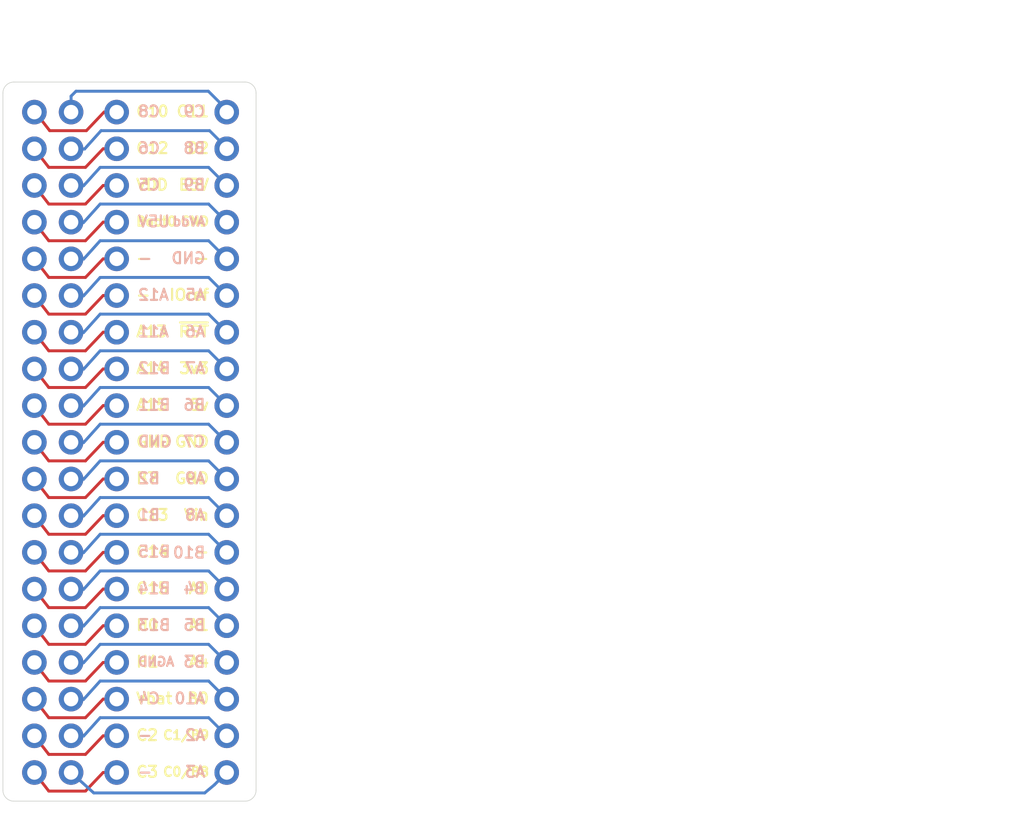
<source format=kicad_pcb>
(kicad_pcb (version 20171130) (host pcbnew "(5.1.2)-1")

  (general
    (thickness 1.6)
    (drawings 89)
    (tracks 153)
    (zones 0)
    (modules 3)
    (nets 39)
  )

  (page A4)
  (title_block
    (date 2019-05-16)
  )

  (layers
    (0 F.Cu signal)
    (31 B.Cu signal)
    (32 B.Adhes user)
    (33 F.Adhes user)
    (34 B.Paste user)
    (35 F.Paste user)
    (36 B.SilkS user)
    (37 F.SilkS user)
    (38 B.Mask user)
    (39 F.Mask user)
    (40 Dwgs.User user)
    (41 Cmts.User user)
    (42 Eco1.User user)
    (43 Eco2.User user)
    (44 Edge.Cuts user)
    (45 Margin user)
    (46 B.CrtYd user hide)
    (47 F.CrtYd user hide)
    (48 B.Fab user)
    (49 F.Fab user)
  )

  (setup
    (last_trace_width 0.2032)
    (user_trace_width 0.2032)
    (trace_clearance 0.254)
    (zone_clearance 0.508)
    (zone_45_only no)
    (trace_min 0.1524)
    (via_size 0.8)
    (via_drill 0.4)
    (via_min_size 0.45)
    (via_min_drill 0.3)
    (uvia_size 0.3)
    (uvia_drill 0.1)
    (uvias_allowed no)
    (uvia_min_size 0.2)
    (uvia_min_drill 0.1)
    (edge_width 0.05)
    (segment_width 0.2)
    (pcb_text_width 0.3)
    (pcb_text_size 1.5 1.5)
    (mod_edge_width 0.12)
    (mod_text_size 1 1)
    (mod_text_width 0.15)
    (pad_size 1.7 1.7)
    (pad_drill 1)
    (pad_to_mask_clearance 0.1016)
    (solder_mask_min_width 0.254)
    (aux_axis_origin 0 0)
    (visible_elements FFFFFF7F)
    (pcbplotparams
      (layerselection 0x010fc_ffffffff)
      (usegerberextensions false)
      (usegerberattributes false)
      (usegerberadvancedattributes false)
      (creategerberjobfile false)
      (excludeedgelayer true)
      (linewidth 0.100000)
      (plotframeref false)
      (viasonmask false)
      (mode 1)
      (useauxorigin false)
      (hpglpennumber 1)
      (hpglpenspeed 20)
      (hpglpendiameter 15.000000)
      (psnegative false)
      (psa4output false)
      (plotreference true)
      (plotvalue true)
      (plotinvisibletext false)
      (padsonsilk false)
      (subtractmaskfromsilk false)
      (outputformat 1)
      (mirror false)
      (drillshape 1)
      (scaleselection 1)
      (outputdirectory ""))
  )

  (net 0 "")
  (net 1 "Net-(J1-Pad19)")
  (net 2 "Net-(J1-Pad18)")
  (net 3 "Net-(J1-Pad17)")
  (net 4 "Net-(J1-Pad16)")
  (net 5 "Net-(J1-Pad15)")
  (net 6 "Net-(J1-Pad14)")
  (net 7 "Net-(J1-Pad13)")
  (net 8 "Net-(J1-Pad12)")
  (net 9 "Net-(J1-Pad11)")
  (net 10 "Net-(J1-Pad10)")
  (net 11 "Net-(J1-Pad9)")
  (net 12 "Net-(J1-Pad8)")
  (net 13 "Net-(J1-Pad7)")
  (net 14 "Net-(J1-Pad6)")
  (net 15 "Net-(J1-Pad5)")
  (net 16 "Net-(J1-Pad4)")
  (net 17 "Net-(J1-Pad3)")
  (net 18 "Net-(J1-Pad2)")
  (net 19 "Net-(J1-Pad1)")
  (net 20 "Net-(J2-Pad2)")
  (net 21 "Net-(J2-Pad4)")
  (net 22 "Net-(J2-Pad6)")
  (net 23 "Net-(J2-Pad8)")
  (net 24 "Net-(J2-Pad10)")
  (net 25 "Net-(J2-Pad12)")
  (net 26 "Net-(J2-Pad14)")
  (net 27 "Net-(J2-Pad16)")
  (net 28 "Net-(J2-Pad18)")
  (net 29 "Net-(J2-Pad20)")
  (net 30 "Net-(J2-Pad22)")
  (net 31 "Net-(J2-Pad24)")
  (net 32 "Net-(J2-Pad26)")
  (net 33 "Net-(J2-Pad28)")
  (net 34 "Net-(J2-Pad30)")
  (net 35 "Net-(J2-Pad32)")
  (net 36 "Net-(J2-Pad34)")
  (net 37 "Net-(J2-Pad36)")
  (net 38 "Net-(J2-Pad38)")

  (net_class Default "This is the default net class."
    (clearance 0.254)
    (trace_width 0.1524)
    (via_dia 0.8)
    (via_drill 0.4)
    (uvia_dia 0.3)
    (uvia_drill 0.1)
    (add_net "Net-(J1-Pad1)")
    (add_net "Net-(J1-Pad10)")
    (add_net "Net-(J1-Pad11)")
    (add_net "Net-(J1-Pad12)")
    (add_net "Net-(J1-Pad13)")
    (add_net "Net-(J1-Pad14)")
    (add_net "Net-(J1-Pad15)")
    (add_net "Net-(J1-Pad16)")
    (add_net "Net-(J1-Pad17)")
    (add_net "Net-(J1-Pad18)")
    (add_net "Net-(J1-Pad19)")
    (add_net "Net-(J1-Pad2)")
    (add_net "Net-(J1-Pad3)")
    (add_net "Net-(J1-Pad4)")
    (add_net "Net-(J1-Pad5)")
    (add_net "Net-(J1-Pad6)")
    (add_net "Net-(J1-Pad7)")
    (add_net "Net-(J1-Pad8)")
    (add_net "Net-(J1-Pad9)")
    (add_net "Net-(J2-Pad10)")
    (add_net "Net-(J2-Pad12)")
    (add_net "Net-(J2-Pad14)")
    (add_net "Net-(J2-Pad16)")
    (add_net "Net-(J2-Pad18)")
    (add_net "Net-(J2-Pad2)")
    (add_net "Net-(J2-Pad20)")
    (add_net "Net-(J2-Pad22)")
    (add_net "Net-(J2-Pad24)")
    (add_net "Net-(J2-Pad26)")
    (add_net "Net-(J2-Pad28)")
    (add_net "Net-(J2-Pad30)")
    (add_net "Net-(J2-Pad32)")
    (add_net "Net-(J2-Pad34)")
    (add_net "Net-(J2-Pad36)")
    (add_net "Net-(J2-Pad38)")
    (add_net "Net-(J2-Pad4)")
    (add_net "Net-(J2-Pad6)")
    (add_net "Net-(J2-Pad8)")
  )

  (module Connector_PinSocket_2.54mm:PinSocket_2x19_P2.54mm_Vertical (layer F.Cu) (tedit 5CDE132A) (tstamp 5CDDB25E)
    (at 147.975 61.515001)
    (descr "Through hole straight socket strip, 2x19, 2.54mm pitch, double cols (from Kicad 4.0.7), script generated")
    (tags "Through hole socket strip THT 2x19 2.54mm double row")
    (path /5CDE660F)
    (fp_text reference J2 (at -1.036 -4.365001) (layer F.SilkS) hide
      (effects (font (size 1 1) (thickness 0.15)))
    )
    (fp_text value Conn_02x19_Odd_Even (at -1.27 48.49) (layer F.Fab) hide
      (effects (font (size 1 1) (thickness 0.15)))
    )
    (fp_line (start -3.81 -1.27) (end 0.27 -1.27) (layer F.Fab) (width 0.1))
    (fp_line (start 0.27 -1.27) (end 1.27 -0.27) (layer F.Fab) (width 0.1))
    (fp_line (start 1.27 -0.27) (end 1.27 46.99) (layer F.Fab) (width 0.1))
    (fp_line (start 1.27 46.99) (end -3.81 46.99) (layer F.Fab) (width 0.1))
    (fp_line (start -3.81 46.99) (end -3.81 -1.27) (layer F.Fab) (width 0.1))
    (fp_line (start -4.34 -1.8) (end 1.76 -1.8) (layer F.CrtYd) (width 0.05))
    (fp_line (start 1.76 -1.8) (end 1.76 47.5) (layer F.CrtYd) (width 0.05))
    (fp_line (start 1.76 47.5) (end -4.34 47.5) (layer F.CrtYd) (width 0.05))
    (fp_line (start -4.34 47.5) (end -4.34 -1.8) (layer F.CrtYd) (width 0.05))
    (fp_text user %R (at -1.27 22.86 90) (layer F.Fab)
      (effects (font (size 1 1) (thickness 0.15)))
    )
    (pad 1 thru_hole circle (at 0 0) (size 1.7 1.7) (drill 1) (layers *.Cu *.Mask)
      (net 19 "Net-(J1-Pad1)"))
    (pad 2 thru_hole oval (at -2.54 0) (size 1.7 1.7) (drill 1) (layers *.Cu *.Mask)
      (net 20 "Net-(J2-Pad2)"))
    (pad 3 thru_hole oval (at 0 2.54) (size 1.7 1.7) (drill 1) (layers *.Cu *.Mask)
      (net 18 "Net-(J1-Pad2)"))
    (pad 4 thru_hole oval (at -2.54 2.54) (size 1.7 1.7) (drill 1) (layers *.Cu *.Mask)
      (net 21 "Net-(J2-Pad4)"))
    (pad 5 thru_hole oval (at 0 5.08) (size 1.7 1.7) (drill 1) (layers *.Cu *.Mask)
      (net 17 "Net-(J1-Pad3)"))
    (pad 6 thru_hole oval (at -2.54 5.08) (size 1.7 1.7) (drill 1) (layers *.Cu *.Mask)
      (net 22 "Net-(J2-Pad6)"))
    (pad 7 thru_hole oval (at 0 7.62) (size 1.7 1.7) (drill 1) (layers *.Cu *.Mask)
      (net 16 "Net-(J1-Pad4)"))
    (pad 8 thru_hole oval (at -2.54 7.62) (size 1.7 1.7) (drill 1) (layers *.Cu *.Mask)
      (net 23 "Net-(J2-Pad8)"))
    (pad 9 thru_hole oval (at 0 10.16) (size 1.7 1.7) (drill 1) (layers *.Cu *.Mask)
      (net 15 "Net-(J1-Pad5)"))
    (pad 10 thru_hole oval (at -2.54 10.16) (size 1.7 1.7) (drill 1) (layers *.Cu *.Mask)
      (net 24 "Net-(J2-Pad10)"))
    (pad 11 thru_hole oval (at 0 12.7) (size 1.7 1.7) (drill 1) (layers *.Cu *.Mask)
      (net 14 "Net-(J1-Pad6)"))
    (pad 12 thru_hole oval (at -2.54 12.7) (size 1.7 1.7) (drill 1) (layers *.Cu *.Mask)
      (net 25 "Net-(J2-Pad12)"))
    (pad 13 thru_hole oval (at 0 15.24) (size 1.7 1.7) (drill 1) (layers *.Cu *.Mask)
      (net 13 "Net-(J1-Pad7)"))
    (pad 14 thru_hole oval (at -2.54 15.24) (size 1.7 1.7) (drill 1) (layers *.Cu *.Mask)
      (net 26 "Net-(J2-Pad14)"))
    (pad 15 thru_hole oval (at 0 17.78) (size 1.7 1.7) (drill 1) (layers *.Cu *.Mask)
      (net 12 "Net-(J1-Pad8)"))
    (pad 16 thru_hole oval (at -2.54 17.78) (size 1.7 1.7) (drill 1) (layers *.Cu *.Mask)
      (net 27 "Net-(J2-Pad16)"))
    (pad 17 thru_hole oval (at 0 20.32) (size 1.7 1.7) (drill 1) (layers *.Cu *.Mask)
      (net 11 "Net-(J1-Pad9)"))
    (pad 18 thru_hole oval (at -2.54 20.32) (size 1.7 1.7) (drill 1) (layers *.Cu *.Mask)
      (net 28 "Net-(J2-Pad18)"))
    (pad 19 thru_hole oval (at 0 22.86) (size 1.7 1.7) (drill 1) (layers *.Cu *.Mask)
      (net 10 "Net-(J1-Pad10)"))
    (pad 20 thru_hole oval (at -2.54 22.86) (size 1.7 1.7) (drill 1) (layers *.Cu *.Mask)
      (net 29 "Net-(J2-Pad20)"))
    (pad 21 thru_hole oval (at 0 25.4) (size 1.7 1.7) (drill 1) (layers *.Cu *.Mask)
      (net 9 "Net-(J1-Pad11)"))
    (pad 22 thru_hole oval (at -2.54 25.4) (size 1.7 1.7) (drill 1) (layers *.Cu *.Mask)
      (net 30 "Net-(J2-Pad22)"))
    (pad 23 thru_hole oval (at 0 27.94) (size 1.7 1.7) (drill 1) (layers *.Cu *.Mask)
      (net 8 "Net-(J1-Pad12)"))
    (pad 24 thru_hole oval (at -2.54 27.94) (size 1.7 1.7) (drill 1) (layers *.Cu *.Mask)
      (net 31 "Net-(J2-Pad24)"))
    (pad 25 thru_hole oval (at 0 30.48) (size 1.7 1.7) (drill 1) (layers *.Cu *.Mask)
      (net 7 "Net-(J1-Pad13)"))
    (pad 26 thru_hole oval (at -2.54 30.48) (size 1.7 1.7) (drill 1) (layers *.Cu *.Mask)
      (net 32 "Net-(J2-Pad26)"))
    (pad 27 thru_hole oval (at 0 33.02) (size 1.7 1.7) (drill 1) (layers *.Cu *.Mask)
      (net 6 "Net-(J1-Pad14)"))
    (pad 28 thru_hole oval (at -2.54 33.02) (size 1.7 1.7) (drill 1) (layers *.Cu *.Mask)
      (net 33 "Net-(J2-Pad28)"))
    (pad 29 thru_hole oval (at 0 35.56) (size 1.7 1.7) (drill 1) (layers *.Cu *.Mask)
      (net 5 "Net-(J1-Pad15)"))
    (pad 30 thru_hole oval (at -2.54 35.56) (size 1.7 1.7) (drill 1) (layers *.Cu *.Mask)
      (net 34 "Net-(J2-Pad30)"))
    (pad 31 thru_hole oval (at 0 38.1) (size 1.7 1.7) (drill 1) (layers *.Cu *.Mask)
      (net 4 "Net-(J1-Pad16)"))
    (pad 32 thru_hole oval (at -2.54 38.1) (size 1.7 1.7) (drill 1) (layers *.Cu *.Mask)
      (net 35 "Net-(J2-Pad32)"))
    (pad 33 thru_hole oval (at 0 40.64) (size 1.7 1.7) (drill 1) (layers *.Cu *.Mask)
      (net 3 "Net-(J1-Pad17)"))
    (pad 34 thru_hole oval (at -2.54 40.64) (size 1.7 1.7) (drill 1) (layers *.Cu *.Mask)
      (net 36 "Net-(J2-Pad34)"))
    (pad 35 thru_hole oval (at 0 43.18) (size 1.7 1.7) (drill 1) (layers *.Cu *.Mask)
      (net 2 "Net-(J1-Pad18)"))
    (pad 36 thru_hole oval (at -2.54 43.18) (size 1.7 1.7) (drill 1) (layers *.Cu *.Mask)
      (net 37 "Net-(J2-Pad36)"))
    (pad 37 thru_hole oval (at 0 45.72) (size 1.7 1.7) (drill 1) (layers *.Cu *.Mask)
      (net 1 "Net-(J1-Pad19)"))
    (pad 38 thru_hole oval (at -2.54 45.72) (size 1.7 1.7) (drill 1) (layers *.Cu *.Mask)
      (net 38 "Net-(J2-Pad38)"))
    (model ${KISYS3DMOD}/Connector_PinSocket_2.54mm.3dshapes/PinSocket_2x19_P2.54mm_Vertical.wrl
      (at (xyz 0 0 0))
      (scale (xyz 1 1 1))
      (rotate (xyz 0 0 0))
    )
  )

  (module Connector_PinHeader_2.54mm:PinHeader_1x19_P2.54mm_Vertical locked (layer B.Cu) (tedit 5CDE12B3) (tstamp 5CDDA184)
    (at 151.13 61.515001 180)
    (descr "Through hole straight pin header, 1x19, 2.54mm pitch, single row")
    (tags "Through hole pin header THT 1x19 2.54mm single row")
    (path /5CE1512C)
    (fp_text reference J3 (at 0 2.33) (layer B.SilkS) hide
      (effects (font (size 1 1) (thickness 0.15)) (justify mirror))
    )
    (fp_text value Conn_01x19 (at 0 -48.05) (layer B.Fab) hide
      (effects (font (size 1 1) (thickness 0.15)) (justify mirror))
    )
    (fp_line (start -0.635 1.27) (end 1.27 1.27) (layer B.Fab) (width 0.1))
    (fp_line (start 1.27 1.27) (end 1.27 -46.99) (layer B.Fab) (width 0.1))
    (fp_line (start 1.27 -46.99) (end -1.27 -46.99) (layer B.Fab) (width 0.1))
    (fp_line (start -1.27 -46.99) (end -1.27 0.635) (layer B.Fab) (width 0.1))
    (fp_line (start -1.27 0.635) (end -0.635 1.27) (layer B.Fab) (width 0.1))
    (fp_line (start -1.8 1.8) (end -1.8 -47.5) (layer B.CrtYd) (width 0.05))
    (fp_line (start -1.8 -47.5) (end 1.8 -47.5) (layer B.CrtYd) (width 0.05))
    (fp_line (start 1.8 -47.5) (end 1.8 1.8) (layer B.CrtYd) (width 0.05))
    (fp_line (start 1.8 1.8) (end -1.8 1.8) (layer B.CrtYd) (width 0.05))
    (fp_text user %R (at 0 -22.86 270) (layer B.Fab)
      (effects (font (size 1 1) (thickness 0.15)) (justify mirror))
    )
    (pad 1 thru_hole circle (at 0 0 180) (size 1.7 1.7) (drill 1) (layers *.Cu *.Mask)
      (net 20 "Net-(J2-Pad2)"))
    (pad 2 thru_hole oval (at 0 -2.54 180) (size 1.7 1.7) (drill 1) (layers *.Cu *.Mask)
      (net 21 "Net-(J2-Pad4)"))
    (pad 3 thru_hole oval (at 0 -5.08 180) (size 1.7 1.7) (drill 1) (layers *.Cu *.Mask)
      (net 22 "Net-(J2-Pad6)"))
    (pad 4 thru_hole oval (at 0 -7.62 180) (size 1.7 1.7) (drill 1) (layers *.Cu *.Mask)
      (net 23 "Net-(J2-Pad8)"))
    (pad 5 thru_hole oval (at 0 -10.16 180) (size 1.7 1.7) (drill 1) (layers *.Cu *.Mask)
      (net 24 "Net-(J2-Pad10)"))
    (pad 6 thru_hole oval (at 0 -12.7 180) (size 1.7 1.7) (drill 1) (layers *.Cu *.Mask)
      (net 25 "Net-(J2-Pad12)"))
    (pad 7 thru_hole oval (at 0 -15.24 180) (size 1.7 1.7) (drill 1) (layers *.Cu *.Mask)
      (net 26 "Net-(J2-Pad14)"))
    (pad 8 thru_hole oval (at 0 -17.78 180) (size 1.7 1.7) (drill 1) (layers *.Cu *.Mask)
      (net 27 "Net-(J2-Pad16)"))
    (pad 9 thru_hole oval (at 0 -20.32 180) (size 1.7 1.7) (drill 1) (layers *.Cu *.Mask)
      (net 28 "Net-(J2-Pad18)"))
    (pad 10 thru_hole oval (at 0 -22.86 180) (size 1.7 1.7) (drill 1) (layers *.Cu *.Mask)
      (net 29 "Net-(J2-Pad20)"))
    (pad 11 thru_hole oval (at 0 -25.4 180) (size 1.7 1.7) (drill 1) (layers *.Cu *.Mask)
      (net 30 "Net-(J2-Pad22)"))
    (pad 12 thru_hole oval (at 0 -27.94 180) (size 1.7 1.7) (drill 1) (layers *.Cu *.Mask)
      (net 31 "Net-(J2-Pad24)"))
    (pad 13 thru_hole oval (at 0 -30.48 180) (size 1.7 1.7) (drill 1) (layers *.Cu *.Mask)
      (net 32 "Net-(J2-Pad26)"))
    (pad 14 thru_hole oval (at 0 -33.02 180) (size 1.7 1.7) (drill 1) (layers *.Cu *.Mask)
      (net 33 "Net-(J2-Pad28)"))
    (pad 15 thru_hole oval (at 0 -35.56 180) (size 1.7 1.7) (drill 1) (layers *.Cu *.Mask)
      (net 34 "Net-(J2-Pad30)"))
    (pad 16 thru_hole oval (at 0 -38.1 180) (size 1.7 1.7) (drill 1) (layers *.Cu *.Mask)
      (net 35 "Net-(J2-Pad32)"))
    (pad 17 thru_hole oval (at 0 -40.64 180) (size 1.7 1.7) (drill 1) (layers *.Cu *.Mask)
      (net 36 "Net-(J2-Pad34)"))
    (pad 18 thru_hole oval (at 0 -43.18 180) (size 1.7 1.7) (drill 1) (layers *.Cu *.Mask)
      (net 37 "Net-(J2-Pad36)"))
    (pad 19 thru_hole oval (at 0 -45.72 180) (size 1.7 1.7) (drill 1) (layers *.Cu *.Mask)
      (net 38 "Net-(J2-Pad38)"))
    (model ${KISYS3DMOD}/Connector_PinHeader_2.54mm.3dshapes/PinHeader_1x19_P2.54mm_Vertical.wrl
      (at (xyz 0 0 0))
      (scale (xyz 1 1 1))
      (rotate (xyz 0 0 0))
    )
  )

  (module Connector_PinHeader_2.54mm:PinHeader_1x19_P2.54mm_Vertical (layer B.Cu) (tedit 5CDE1269) (tstamp 5CDDA4C4)
    (at 158.75 61.515001 180)
    (descr "Through hole straight pin header, 1x19, 2.54mm pitch, single row")
    (tags "Through hole pin header THT 1x19 2.54mm single row")
    (path /5CE17E3B)
    (fp_text reference J1 (at 0 2.33 180) (layer B.SilkS) hide
      (effects (font (size 1 1) (thickness 0.15)) (justify mirror))
    )
    (fp_text value Conn_01x19 (at 0 -48.05 180) (layer B.Fab) hide
      (effects (font (size 1 1) (thickness 0.15)) (justify mirror))
    )
    (fp_text user %R (at 0 -22.86 90) (layer B.Fab)
      (effects (font (size 1 1) (thickness 0.15)) (justify mirror))
    )
    (fp_line (start 1.8 1.8) (end -1.8 1.8) (layer B.CrtYd) (width 0.05))
    (fp_line (start 1.8 -47.5) (end 1.8 1.8) (layer B.CrtYd) (width 0.05))
    (fp_line (start -1.8 -47.5) (end 1.8 -47.5) (layer B.CrtYd) (width 0.05))
    (fp_line (start -1.8 1.8) (end -1.8 -47.5) (layer B.CrtYd) (width 0.05))
    (fp_line (start -1.27 0.635) (end -0.635 1.27) (layer B.Fab) (width 0.1))
    (fp_line (start -1.27 -46.99) (end -1.27 0.635) (layer B.Fab) (width 0.1))
    (fp_line (start 1.27 -46.99) (end -1.27 -46.99) (layer B.Fab) (width 0.1))
    (fp_line (start 1.27 1.27) (end 1.27 -46.99) (layer B.Fab) (width 0.1))
    (fp_line (start -0.635 1.27) (end 1.27 1.27) (layer B.Fab) (width 0.1))
    (pad 19 thru_hole oval (at 0 -45.72 180) (size 1.7 1.7) (drill 1) (layers *.Cu *.Mask)
      (net 1 "Net-(J1-Pad19)"))
    (pad 18 thru_hole oval (at 0 -43.18 180) (size 1.7 1.7) (drill 1) (layers *.Cu *.Mask)
      (net 2 "Net-(J1-Pad18)"))
    (pad 17 thru_hole oval (at 0 -40.64 180) (size 1.7 1.7) (drill 1) (layers *.Cu *.Mask)
      (net 3 "Net-(J1-Pad17)"))
    (pad 16 thru_hole oval (at 0 -38.1 180) (size 1.7 1.7) (drill 1) (layers *.Cu *.Mask)
      (net 4 "Net-(J1-Pad16)"))
    (pad 15 thru_hole oval (at 0 -35.56 180) (size 1.7 1.7) (drill 1) (layers *.Cu *.Mask)
      (net 5 "Net-(J1-Pad15)"))
    (pad 14 thru_hole oval (at 0 -33.02 180) (size 1.7 1.7) (drill 1) (layers *.Cu *.Mask)
      (net 6 "Net-(J1-Pad14)"))
    (pad 13 thru_hole oval (at 0 -30.48 180) (size 1.7 1.7) (drill 1) (layers *.Cu *.Mask)
      (net 7 "Net-(J1-Pad13)"))
    (pad 12 thru_hole oval (at 0 -27.94 180) (size 1.7 1.7) (drill 1) (layers *.Cu *.Mask)
      (net 8 "Net-(J1-Pad12)"))
    (pad 11 thru_hole oval (at 0 -25.4 180) (size 1.7 1.7) (drill 1) (layers *.Cu *.Mask)
      (net 9 "Net-(J1-Pad11)"))
    (pad 10 thru_hole oval (at 0 -22.86 180) (size 1.7 1.7) (drill 1) (layers *.Cu *.Mask)
      (net 10 "Net-(J1-Pad10)"))
    (pad 9 thru_hole oval (at 0 -20.32 180) (size 1.7 1.7) (drill 1) (layers *.Cu *.Mask)
      (net 11 "Net-(J1-Pad9)"))
    (pad 8 thru_hole oval (at 0 -17.78 180) (size 1.7 1.7) (drill 1) (layers *.Cu *.Mask)
      (net 12 "Net-(J1-Pad8)"))
    (pad 7 thru_hole oval (at 0 -15.24 180) (size 1.7 1.7) (drill 1) (layers *.Cu *.Mask)
      (net 13 "Net-(J1-Pad7)"))
    (pad 6 thru_hole oval (at 0 -12.7 180) (size 1.7 1.7) (drill 1) (layers *.Cu *.Mask)
      (net 14 "Net-(J1-Pad6)"))
    (pad 5 thru_hole oval (at 0 -10.16 180) (size 1.7 1.7) (drill 1) (layers *.Cu *.Mask)
      (net 15 "Net-(J1-Pad5)"))
    (pad 4 thru_hole oval (at 0 -7.62 180) (size 1.7 1.7) (drill 1) (layers *.Cu *.Mask)
      (net 16 "Net-(J1-Pad4)"))
    (pad 3 thru_hole oval (at 0 -5.08 180) (size 1.7 1.7) (drill 1) (layers *.Cu *.Mask)
      (net 17 "Net-(J1-Pad3)"))
    (pad 2 thru_hole oval (at 0 -2.54 180) (size 1.7 1.7) (drill 1) (layers *.Cu *.Mask)
      (net 18 "Net-(J1-Pad2)"))
    (pad 1 thru_hole circle (at 0 0 180) (size 1.7 1.7) (drill 1) (layers *.Cu *.Mask)
      (net 19 "Net-(J1-Pad1)"))
    (model ${KISYS3DMOD}/Connector_PinHeader_2.54mm.3dshapes/PinHeader_1x19_P2.54mm_Vertical.wrl
      (at (xyz 0 0 0))
      (scale (xyz 1 1 1))
      (rotate (xyz 0 0 0))
    )
  )

  (gr_text "Use extra long male pin header. \nTypical mating post length is 5.84mm.\nBreadboard hole is about 9mm deep so mating \nsection of post must be longer than that." (at 176.4665 58.547) (layer Cmts.User)
    (effects (font (size 1 1) (thickness 0.15)) (justify left))
  )
  (dimension 7.62 (width 0.15) (layer Dwgs.User)
    (gr_text "300 mils" (at 154.94 111.663) (layer Dwgs.User)
      (effects (font (size 1 1) (thickness 0.15)))
    )
    (feature1 (pts (xy 158.75 107.2515) (xy 158.75 110.949421)))
    (feature2 (pts (xy 151.13 107.2515) (xy 151.13 110.949421)))
    (crossbar (pts (xy 151.13 110.363) (xy 158.75 110.363)))
    (arrow1a (pts (xy 158.75 110.363) (xy 157.623496 110.949421)))
    (arrow1b (pts (xy 158.75 110.363) (xy 157.623496 109.776579)))
    (arrow2a (pts (xy 151.13 110.363) (xy 152.256504 110.949421)))
    (arrow2b (pts (xy 151.13 110.363) (xy 152.256504 109.776579)))
  )
  (gr_text - (at 152.527 107.188) (layer B.SilkS) (tstamp 5CDDCB7C)
    (effects (font (size 0.762 0.762) (thickness 0.15)) (justify right mirror))
  )
  (gr_text - (at 152.527 104.648) (layer B.SilkS) (tstamp 5CDDCB7A)
    (effects (font (size 0.762 0.762) (thickness 0.15)) (justify right mirror))
  )
  (gr_text C4 (at 152.527 102.108) (layer B.SilkS) (tstamp 5CDDCB78)
    (effects (font (size 0.762 0.762) (thickness 0.15)) (justify right mirror))
  )
  (gr_text AGND (at 152.527 99.568) (layer B.SilkS) (tstamp 5CDDCB76)
    (effects (font (size 0.635 0.635) (thickness 0.15)) (justify right mirror))
  )
  (gr_text B13 (at 152.527 97.028) (layer B.SilkS) (tstamp 5CDDCB74)
    (effects (font (size 0.762 0.762) (thickness 0.15)) (justify right mirror))
  )
  (gr_text B14 (at 152.527 94.488) (layer B.SilkS) (tstamp 5CDDCB72)
    (effects (font (size 0.762 0.762) (thickness 0.15)) (justify right mirror))
  )
  (gr_text B15 (at 152.527 91.948) (layer B.SilkS) (tstamp 5CDDCB70)
    (effects (font (size 0.762 0.762) (thickness 0.15)) (justify right mirror))
  )
  (gr_text B1 (at 152.527 89.408) (layer B.SilkS) (tstamp 5CDDCB6E)
    (effects (font (size 0.762 0.762) (thickness 0.15)) (justify right mirror))
  )
  (gr_text B2 (at 152.527 86.868) (layer B.SilkS) (tstamp 5CDDCB6C)
    (effects (font (size 0.762 0.762) (thickness 0.15)) (justify right mirror))
  )
  (gr_text GND (at 152.527 84.328) (layer B.SilkS) (tstamp 5CDDCB6A)
    (effects (font (size 0.762 0.762) (thickness 0.15)) (justify right mirror))
  )
  (gr_text B11 (at 152.527 81.788) (layer B.SilkS) (tstamp 5CDDCB68)
    (effects (font (size 0.762 0.762) (thickness 0.15)) (justify right mirror))
  )
  (gr_text B12 (at 152.527 79.248) (layer B.SilkS) (tstamp 5CDDCB66)
    (effects (font (size 0.762 0.762) (thickness 0.15)) (justify right mirror))
  )
  (gr_text A11 (at 152.527 76.708) (layer B.SilkS) (tstamp 5CDDCB64)
    (effects (font (size 0.762 0.762) (thickness 0.15)) (justify right mirror))
  )
  (gr_text A12 (at 152.527 74.168) (layer B.SilkS) (tstamp 5CDDCB60)
    (effects (font (size 0.762 0.762) (thickness 0.15)) (justify right mirror))
  )
  (gr_text - (at 152.527 71.628) (layer B.SilkS) (tstamp 5CDDCB5E)
    (effects (font (size 0.762 0.762) (thickness 0.15)) (justify right mirror))
  )
  (gr_text U5V (at 152.527 69.088) (layer B.SilkS) (tstamp 5CDDCB5C)
    (effects (font (size 0.762 0.762) (thickness 0.15)) (justify right mirror))
  )
  (gr_text C5 (at 152.527 66.548) (layer B.SilkS) (tstamp 5CDDCB5A)
    (effects (font (size 0.762 0.762) (thickness 0.15)) (justify right mirror))
  )
  (gr_text C6 (at 152.527 64.008) (layer B.SilkS) (tstamp 5CDDCB58)
    (effects (font (size 0.762 0.762) (thickness 0.15)) (justify right mirror))
  )
  (gr_text C8 (at 152.527 61.468) (layer B.SilkS) (tstamp 5CDDCB55)
    (effects (font (size 0.762 0.762) (thickness 0.15)) (justify right mirror))
  )
  (gr_text A3 (at 157.353 107.188) (layer B.SilkS) (tstamp 5CDDCB50)
    (effects (font (size 0.762 0.762) (thickness 0.15)) (justify left mirror))
  )
  (gr_text A2 (at 157.353 104.648) (layer B.SilkS) (tstamp 5CDDCB4E)
    (effects (font (size 0.762 0.762) (thickness 0.15)) (justify left mirror))
  )
  (gr_text A10 (at 157.353 102.108) (layer B.SilkS) (tstamp 5CDDCB4C)
    (effects (font (size 0.762 0.762) (thickness 0.15)) (justify left mirror))
  )
  (gr_text B3 (at 157.353 99.568) (layer B.SilkS) (tstamp 5CDDCB4A)
    (effects (font (size 0.762 0.762) (thickness 0.15)) (justify left mirror))
  )
  (gr_text B5 (at 157.353 97.028) (layer B.SilkS) (tstamp 5CDDCB48)
    (effects (font (size 0.762 0.762) (thickness 0.15)) (justify left mirror))
  )
  (gr_text B4 (at 157.353 94.488) (layer B.SilkS) (tstamp 5CDDCB46)
    (effects (font (size 0.762 0.762) (thickness 0.15)) (justify left mirror))
  )
  (gr_text B10 (at 157.353 92.0115) (layer B.SilkS) (tstamp 5CDDCB44)
    (effects (font (size 0.762 0.762) (thickness 0.15)) (justify left mirror))
  )
  (gr_text A8 (at 157.353 89.408) (layer B.SilkS) (tstamp 5CDDCB42)
    (effects (font (size 0.762 0.762) (thickness 0.15)) (justify left mirror))
  )
  (gr_text A9 (at 157.353 86.868) (layer B.SilkS) (tstamp 5CDDCB40)
    (effects (font (size 0.762 0.762) (thickness 0.15)) (justify left mirror))
  )
  (gr_text C7 (at 157.353 84.328) (layer B.SilkS) (tstamp 5CDDCB3E)
    (effects (font (size 0.762 0.762) (thickness 0.15)) (justify left mirror))
  )
  (gr_text B6 (at 157.353 81.788) (layer B.SilkS) (tstamp 5CDDCB3C)
    (effects (font (size 0.762 0.762) (thickness 0.15)) (justify left mirror))
  )
  (gr_text A7 (at 157.353 79.248) (layer B.SilkS) (tstamp 5CDDCB3A)
    (effects (font (size 0.762 0.762) (thickness 0.15)) (justify left mirror))
  )
  (gr_text A6 (at 157.353 76.708) (layer B.SilkS) (tstamp 5CDDCB38)
    (effects (font (size 0.762 0.762) (thickness 0.15)) (justify left mirror))
  )
  (gr_text A5 (at 157.353 74.168) (layer B.SilkS) (tstamp 5CDDCB34)
    (effects (font (size 0.762 0.762) (thickness 0.15)) (justify left mirror))
  )
  (gr_text GND (at 157.353 71.628) (layer B.SilkS) (tstamp 5CDDCB32)
    (effects (font (size 0.762 0.762) (thickness 0.15)) (justify left mirror))
  )
  (gr_text AVdd (at 157.353 69.088) (layer B.SilkS) (tstamp 5CDDCB30)
    (effects (font (size 0.635 0.635) (thickness 0.15)) (justify left mirror))
  )
  (gr_text C0/B8 (at 157.607 107.188) (layer F.SilkS) (tstamp 5CDDCB00)
    (effects (font (size 0.635 0.635) (thickness 0.15)) (justify right))
  )
  (gr_text C1/B9 (at 157.607 104.648) (layer F.SilkS) (tstamp 5CDDCAFE)
    (effects (font (size 0.635 0.635) (thickness 0.15)) (justify right))
  )
  (gr_text B0 (at 157.607 102.108) (layer F.SilkS) (tstamp 5CDDCAFC)
    (effects (font (size 0.762 0.762) (thickness 0.15)) (justify right))
  )
  (gr_text A4 (at 157.607 99.568) (layer F.SilkS) (tstamp 5CDDCAFA)
    (effects (font (size 0.762 0.762) (thickness 0.15)) (justify right))
  )
  (gr_text A1 (at 157.607 97.028) (layer F.SilkS) (tstamp 5CDDCAF8)
    (effects (font (size 0.762 0.762) (thickness 0.15)) (justify right))
  )
  (gr_text A0 (at 157.607 94.488) (layer F.SilkS) (tstamp 5CDDCAF6)
    (effects (font (size 0.762 0.762) (thickness 0.15)) (justify right))
  )
  (gr_text - (at 157.607 91.948) (layer F.SilkS) (tstamp 5CDDCAF4)
    (effects (font (size 0.762 0.762) (thickness 0.15)) (justify right))
  )
  (gr_text Vin (at 157.607 89.408) (layer F.SilkS) (tstamp 5CDDCAF2)
    (effects (font (size 0.762 0.762) (thickness 0.15)) (justify right))
  )
  (gr_text GND (at 157.607 86.868) (layer F.SilkS) (tstamp 5CDDCAF0)
    (effects (font (size 0.762 0.762) (thickness 0.15)) (justify right))
  )
  (gr_text GND (at 157.607 84.328) (layer F.SilkS) (tstamp 5CDDCAEE)
    (effects (font (size 0.762 0.762) (thickness 0.15)) (justify right))
  )
  (gr_text 5v (at 157.607 81.788) (layer F.SilkS) (tstamp 5CDDCAEC)
    (effects (font (size 0.762 0.762) (thickness 0.15)) (justify right))
  )
  (gr_text 3v3 (at 157.607 79.248) (layer F.SilkS) (tstamp 5CDDCAEA)
    (effects (font (size 0.762 0.762) (thickness 0.15)) (justify right))
  )
  (gr_text ~RST~ (at 157.607 76.708) (layer F.SilkS) (tstamp 5CDDCAE8)
    (effects (font (size 0.762 0.762) (thickness 0.15)) (justify right))
  )
  (gr_text IOref (at 157.607 74.168) (layer F.SilkS) (tstamp 5CDDCAE6)
    (effects (font (size 0.762 0.762) (thickness 0.15)) (justify right))
  )
  (gr_text - (at 157.607 71.628) (layer F.SilkS) (tstamp 5CDDCAE4)
    (effects (font (size 0.762 0.762) (thickness 0.15)) (justify right))
  )
  (gr_text GND (at 157.607 69.088) (layer F.SilkS) (tstamp 5CDDCAE2)
    (effects (font (size 0.635 0.635) (thickness 0.15)) (justify right))
  )
  (gr_text E5V (at 157.607 66.548) (layer F.SilkS) (tstamp 5CDDCAE0)
    (effects (font (size 0.762 0.762) (thickness 0.15)) (justify right))
  )
  (gr_text D2 (at 157.607 64.008) (layer F.SilkS) (tstamp 5CDDCADE)
    (effects (font (size 0.762 0.762) (thickness 0.15)) (justify right))
  )
  (gr_text C11 (at 157.607 61.468) (layer F.SilkS) (tstamp 5CDDCAD9)
    (effects (font (size 0.762 0.762) (thickness 0.15)) (justify right))
  )
  (gr_text B9 (at 157.353 66.548) (layer B.SilkS) (tstamp 5CDDCAAB)
    (effects (font (size 0.762 0.762) (thickness 0.15)) (justify left mirror))
  )
  (gr_text B8 (at 157.353 64.008) (layer B.SilkS) (tstamp 5CDDCAA9)
    (effects (font (size 0.762 0.762) (thickness 0.15)) (justify left mirror))
  )
  (gr_text C9 (at 157.353 61.468) (layer B.SilkS)
    (effects (font (size 0.762 0.762) (thickness 0.15)) (justify left mirror))
  )
  (dimension 3.155 (width 0.15) (layer Dwgs.User)
    (gr_text "3.155 mm" (at 149.5525 57.374) (layer Dwgs.User)
      (effects (font (size 1 1) (thickness 0.15)))
    )
    (feature1 (pts (xy 151.13 61.515001) (xy 151.13 58.087579)))
    (feature2 (pts (xy 147.975 61.515001) (xy 147.975 58.087579)))
    (crossbar (pts (xy 147.975 58.674) (xy 151.13 58.674)))
    (arrow1a (pts (xy 151.13 58.674) (xy 150.003496 59.260421)))
    (arrow1b (pts (xy 151.13 58.674) (xy 150.003496 58.087579)))
    (arrow2a (pts (xy 147.975 58.674) (xy 149.101504 59.260421)))
    (arrow2b (pts (xy 147.975 58.674) (xy 149.101504 58.087579)))
  )
  (gr_text C3 (at 152.4 107.188) (layer F.SilkS) (tstamp 5CDDC945)
    (effects (font (size 0.762 0.762) (thickness 0.15)) (justify left))
  )
  (gr_text C2 (at 152.4 104.648) (layer F.SilkS) (tstamp 5CDDC943)
    (effects (font (size 0.762 0.762) (thickness 0.15)) (justify left))
  )
  (gr_text Vbat (at 152.4 102.108) (layer F.SilkS) (tstamp 5CDDC941)
    (effects (font (size 0.762 0.762) (thickness 0.15)) (justify left))
  )
  (gr_text H1 (at 152.4 99.568) (layer F.SilkS) (tstamp 5CDDC93F)
    (effects (font (size 0.762 0.762) (thickness 0.15)) (justify left))
  )
  (gr_text H0 (at 152.4 97.028) (layer F.SilkS) (tstamp 5CDDC93D)
    (effects (font (size 0.762 0.762) (thickness 0.15)) (justify left))
  )
  (gr_text C15 (at 152.4 94.488) (layer F.SilkS) (tstamp 5CDDC93B)
    (effects (font (size 0.762 0.762) (thickness 0.15)) (justify left))
  )
  (gr_text C14 (at 152.4 91.948) (layer F.SilkS) (tstamp 5CDDC939)
    (effects (font (size 0.762 0.762) (thickness 0.15)) (justify left))
  )
  (gr_text C13 (at 152.4 89.408) (layer F.SilkS) (tstamp 5CDDC937)
    (effects (font (size 0.762 0.762) (thickness 0.15)) (justify left))
  )
  (gr_text B7 (at 152.4 86.868) (layer F.SilkS) (tstamp 5CDDC935)
    (effects (font (size 0.762 0.762) (thickness 0.15)) (justify left))
  )
  (gr_text GND (at 152.4 84.328) (layer F.SilkS) (tstamp 5CDDC933)
    (effects (font (size 0.762 0.762) (thickness 0.15)) (justify left))
  )
  (gr_text A15 (at 152.4 81.788) (layer F.SilkS) (tstamp 5CDDC931)
    (effects (font (size 0.762 0.762) (thickness 0.15)) (justify left))
  )
  (gr_text A14 (at 152.4 79.248) (layer F.SilkS) (tstamp 5CDDC92F)
    (effects (font (size 0.762 0.762) (thickness 0.15)) (justify left))
  )
  (gr_text A13 (at 152.4 76.708) (layer F.SilkS) (tstamp 5CDDC92D)
    (effects (font (size 0.762 0.762) (thickness 0.15)) (justify left))
  )
  (gr_text - (at 152.4 74.168) (layer F.SilkS) (tstamp 5CDDC92B)
    (effects (font (size 0.762 0.762) (thickness 0.15)) (justify left))
  )
  (gr_text - (at 152.4 71.628) (layer F.SilkS) (tstamp 5CDDC929)
    (effects (font (size 0.762 0.762) (thickness 0.15)) (justify left))
  )
  (gr_text Boot0 (at 152.4 69.088) (layer F.SilkS) (tstamp 5CDDC927)
    (effects (font (size 0.635 0.635) (thickness 0.15)) (justify left))
  )
  (gr_text VDD (at 152.4 66.548) (layer F.SilkS) (tstamp 5CDDC925)
    (effects (font (size 0.762 0.762) (thickness 0.15)) (justify left))
  )
  (gr_text C12 (at 152.4 64.008) (layer F.SilkS) (tstamp 5CDDC923)
    (effects (font (size 0.762 0.762) (thickness 0.15)) (justify left))
  )
  (gr_text C10 (at 152.4 61.468) (layer F.SilkS)
    (effects (font (size 0.762 0.762) (thickness 0.15)) (justify left))
  )
  (dimension 49.784 (width 0.15) (layer Dwgs.User)
    (gr_text "49.784 mm" (at 166.273 84.328 270) (layer Dwgs.User)
      (effects (font (size 1 1) (thickness 0.15)))
    )
    (feature1 (pts (xy 159.258 109.22) (xy 165.559421 109.22)))
    (feature2 (pts (xy 159.258 59.436) (xy 165.559421 59.436)))
    (crossbar (pts (xy 164.973 59.436) (xy 164.973 109.22)))
    (arrow1a (pts (xy 164.973 109.22) (xy 164.386579 108.093496)))
    (arrow1b (pts (xy 164.973 109.22) (xy 165.559421 108.093496)))
    (arrow2a (pts (xy 164.973 59.436) (xy 164.386579 60.562504)))
    (arrow2b (pts (xy 164.973 59.436) (xy 165.559421 60.562504)))
  )
  (dimension 17.78 (width 0.15) (layer Dwgs.User)
    (gr_text "17.78 mm" (at 152.019 54.453) (layer Dwgs.User)
      (effects (font (size 1 1) (thickness 0.15)))
    )
    (feature1 (pts (xy 160.909 60.579) (xy 160.909 55.166579)))
    (feature2 (pts (xy 143.129 60.579) (xy 143.129 55.166579)))
    (crossbar (pts (xy 143.129 55.753) (xy 160.909 55.753)))
    (arrow1a (pts (xy 160.909 55.753) (xy 159.782496 56.339421)))
    (arrow1b (pts (xy 160.909 55.753) (xy 159.782496 55.166579)))
    (arrow2a (pts (xy 143.129 55.753) (xy 144.255504 56.339421)))
    (arrow2b (pts (xy 143.129 55.753) (xy 144.255504 55.166579)))
  )
  (gr_arc (start 160.02 60.198) (end 160.782 60.198) (angle -90) (layer Edge.Cuts) (width 0.05))
  (gr_arc (start 160.02 108.458) (end 160.02 109.22) (angle -90) (layer Edge.Cuts) (width 0.05))
  (gr_arc (start 144.018 108.458) (end 143.256 108.458) (angle -90) (layer Edge.Cuts) (width 0.05))
  (gr_line (start 144.018 59.436) (end 160.02 59.436) (layer Edge.Cuts) (width 0.05))
  (gr_arc (start 144.018 60.198) (end 144.018 59.436) (angle -90) (layer Edge.Cuts) (width 0.05))
  (gr_line (start 143.256 108.458) (end 143.256 60.198) (layer Edge.Cuts) (width 0.05) (tstamp 5CDDB516))
  (gr_line (start 160.02 109.22) (end 144.018 109.22) (layer Edge.Cuts) (width 0.05))
  (gr_line (start 160.782 60.198) (end 160.782 108.458) (layer Edge.Cuts) (width 0.05))

  (segment (start 157.900001 108.085) (end 158.75 107.235001) (width 0.2032) (layer B.Cu) (net 1))
  (segment (start 149.5425 108.6485) (end 157.226 108.6485) (width 0.2032) (layer B.Cu) (net 1))
  (segment (start 147.975 107.235001) (end 149.5425 108.6485) (width 0.2032) (layer B.Cu) (net 1))
  (segment (start 157.226 108.6485) (end 157.900001 108.085) (width 0.2032) (layer B.Cu) (net 1))
  (segment (start 157.496499 65.3415) (end 158.75 66.595001) (width 0.2032) (layer B.Cu) (net 17))
  (segment (start 149.987 65.3415) (end 157.496499 65.3415) (width 0.2032) (layer B.Cu) (net 17))
  (segment (start 147.975 66.595001) (end 148.844 66.6115) (width 0.2032) (layer B.Cu) (net 17))
  (segment (start 148.844 66.6115) (end 149.987 65.3415) (width 0.2032) (layer B.Cu) (net 17))
  (segment (start 147.975 69.135001) (end 148.844 69.1515) (width 0.2032) (layer B.Cu) (net 16) (tstamp 5CDDDBF4))
  (segment (start 149.987 67.8815) (end 157.496499 67.8815) (width 0.2032) (layer B.Cu) (net 16) (tstamp 5CDDDBF5))
  (segment (start 148.844 69.1515) (end 149.987 67.8815) (width 0.2032) (layer B.Cu) (net 16) (tstamp 5CDDDBF6))
  (segment (start 157.496499 67.8815) (end 158.75 69.135001) (width 0.2032) (layer B.Cu) (net 16) (tstamp 5CDDDBF7))
  (segment (start 157.496499 70.4215) (end 158.75 71.675001) (width 0.2032) (layer B.Cu) (net 15) (tstamp 5CDDDBFC))
  (segment (start 149.987 70.4215) (end 157.496499 70.4215) (width 0.2032) (layer B.Cu) (net 15) (tstamp 5CDDDBFD))
  (segment (start 148.844 71.6915) (end 149.987 70.4215) (width 0.2032) (layer B.Cu) (net 15) (tstamp 5CDDDBFE))
  (segment (start 147.975 71.675001) (end 148.844 71.6915) (width 0.2032) (layer B.Cu) (net 15) (tstamp 5CDDDBFF))
  (segment (start 147.975 74.215001) (end 148.844 74.2315) (width 0.2032) (layer B.Cu) (net 14) (tstamp 5CDDDC04))
  (segment (start 148.844 74.2315) (end 149.987 72.9615) (width 0.2032) (layer B.Cu) (net 14) (tstamp 5CDDDC05))
  (segment (start 157.496499 72.9615) (end 158.75 74.215001) (width 0.2032) (layer B.Cu) (net 14) (tstamp 5CDDDC06))
  (segment (start 149.987 72.9615) (end 157.496499 72.9615) (width 0.2032) (layer B.Cu) (net 14) (tstamp 5CDDDC07))
  (segment (start 147.975 76.755001) (end 148.844 76.7715) (width 0.2032) (layer B.Cu) (net 13) (tstamp 5CDDDC0C))
  (segment (start 148.844 76.7715) (end 149.987 75.5015) (width 0.2032) (layer B.Cu) (net 13) (tstamp 5CDDDC0D))
  (segment (start 157.496499 75.5015) (end 158.75 76.755001) (width 0.2032) (layer B.Cu) (net 13) (tstamp 5CDDDC0E))
  (segment (start 149.987 75.5015) (end 157.496499 75.5015) (width 0.2032) (layer B.Cu) (net 13) (tstamp 5CDDDC0F))
  (segment (start 147.975 79.295001) (end 148.844 79.3115) (width 0.2032) (layer B.Cu) (net 12) (tstamp 5CDDDC14))
  (segment (start 149.987 78.0415) (end 157.496499 78.0415) (width 0.2032) (layer B.Cu) (net 12) (tstamp 5CDDDC15))
  (segment (start 157.496499 78.0415) (end 158.75 79.295001) (width 0.2032) (layer B.Cu) (net 12) (tstamp 5CDDDC16))
  (segment (start 148.844 79.3115) (end 149.987 78.0415) (width 0.2032) (layer B.Cu) (net 12) (tstamp 5CDDDC17))
  (segment (start 147.975 81.835001) (end 148.844 81.8515) (width 0.2032) (layer B.Cu) (net 11) (tstamp 5CDDDC1C))
  (segment (start 157.496499 80.5815) (end 158.75 81.835001) (width 0.2032) (layer B.Cu) (net 11) (tstamp 5CDDDC1D))
  (segment (start 149.987 80.5815) (end 157.496499 80.5815) (width 0.2032) (layer B.Cu) (net 11) (tstamp 5CDDDC1E))
  (segment (start 148.844 81.8515) (end 149.987 80.5815) (width 0.2032) (layer B.Cu) (net 11) (tstamp 5CDDDC1F))
  (segment (start 149.987 83.1215) (end 157.496499 83.1215) (width 0.2032) (layer B.Cu) (net 10) (tstamp 5CDDDC24))
  (segment (start 148.844 84.3915) (end 149.987 83.1215) (width 0.2032) (layer B.Cu) (net 10) (tstamp 5CDDDC25))
  (segment (start 157.496499 83.1215) (end 158.75 84.375001) (width 0.2032) (layer B.Cu) (net 10) (tstamp 5CDDDC26))
  (segment (start 147.975 84.375001) (end 148.844 84.3915) (width 0.2032) (layer B.Cu) (net 10) (tstamp 5CDDDC27))
  (segment (start 147.975 86.915001) (end 148.844 86.9315) (width 0.2032) (layer B.Cu) (net 9) (tstamp 5CDDDC2C))
  (segment (start 148.844 86.9315) (end 149.987 85.6615) (width 0.2032) (layer B.Cu) (net 9) (tstamp 5CDDDC2D))
  (segment (start 157.496499 85.6615) (end 158.75 86.915001) (width 0.2032) (layer B.Cu) (net 9) (tstamp 5CDDDC2E))
  (segment (start 149.987 85.6615) (end 157.496499 85.6615) (width 0.2032) (layer B.Cu) (net 9) (tstamp 5CDDDC2F))
  (segment (start 149.987 88.2015) (end 157.496499 88.2015) (width 0.2032) (layer B.Cu) (net 8) (tstamp 5CDDDC34))
  (segment (start 157.496499 88.2015) (end 158.75 89.455001) (width 0.2032) (layer B.Cu) (net 8) (tstamp 5CDDDC35))
  (segment (start 147.975 89.455001) (end 148.844 89.4715) (width 0.2032) (layer B.Cu) (net 8) (tstamp 5CDDDC36))
  (segment (start 148.844 89.4715) (end 149.987 88.2015) (width 0.2032) (layer B.Cu) (net 8) (tstamp 5CDDDC37))
  (segment (start 147.975 91.995001) (end 148.844 92.0115) (width 0.2032) (layer B.Cu) (net 7) (tstamp 5CDDDC3C))
  (segment (start 157.496499 90.7415) (end 158.75 91.995001) (width 0.2032) (layer B.Cu) (net 7) (tstamp 5CDDDC3D))
  (segment (start 149.987 90.7415) (end 157.496499 90.7415) (width 0.2032) (layer B.Cu) (net 7) (tstamp 5CDDDC3E))
  (segment (start 148.844 92.0115) (end 149.987 90.7415) (width 0.2032) (layer B.Cu) (net 7) (tstamp 5CDDDC3F))
  (segment (start 157.496499 93.2815) (end 158.75 94.535001) (width 0.2032) (layer B.Cu) (net 6) (tstamp 5CDDDC44))
  (segment (start 148.844 94.5515) (end 149.987 93.2815) (width 0.2032) (layer B.Cu) (net 6) (tstamp 5CDDDC45))
  (segment (start 147.975 94.535001) (end 148.844 94.5515) (width 0.2032) (layer B.Cu) (net 6) (tstamp 5CDDDC46))
  (segment (start 149.987 93.2815) (end 157.496499 93.2815) (width 0.2032) (layer B.Cu) (net 6) (tstamp 5CDDDC47))
  (segment (start 148.844 97.0915) (end 149.987 95.8215) (width 0.2032) (layer B.Cu) (net 5) (tstamp 5CDDDC4C))
  (segment (start 157.496499 95.8215) (end 158.75 97.075001) (width 0.2032) (layer B.Cu) (net 5) (tstamp 5CDDDC4D))
  (segment (start 147.975 97.075001) (end 148.844 97.0915) (width 0.2032) (layer B.Cu) (net 5) (tstamp 5CDDDC4E))
  (segment (start 149.987 95.8215) (end 157.496499 95.8215) (width 0.2032) (layer B.Cu) (net 5) (tstamp 5CDDDC4F))
  (segment (start 147.975 99.615001) (end 148.844 99.6315) (width 0.2032) (layer B.Cu) (net 4) (tstamp 5CDDDC54))
  (segment (start 157.496499 98.3615) (end 158.75 99.615001) (width 0.2032) (layer B.Cu) (net 4) (tstamp 5CDDDC55))
  (segment (start 149.987 98.3615) (end 157.496499 98.3615) (width 0.2032) (layer B.Cu) (net 4) (tstamp 5CDDDC56))
  (segment (start 148.844 99.6315) (end 149.987 98.3615) (width 0.2032) (layer B.Cu) (net 4) (tstamp 5CDDDC57))
  (segment (start 147.975 102.155001) (end 148.844 102.1715) (width 0.2032) (layer B.Cu) (net 3) (tstamp 5CDDDC5C))
  (segment (start 148.844 102.1715) (end 149.987 100.9015) (width 0.2032) (layer B.Cu) (net 3) (tstamp 5CDDDC5D))
  (segment (start 157.496499 100.9015) (end 158.75 102.155001) (width 0.2032) (layer B.Cu) (net 3) (tstamp 5CDDDC5E))
  (segment (start 149.987 100.9015) (end 157.496499 100.9015) (width 0.2032) (layer B.Cu) (net 3) (tstamp 5CDDDC5F))
  (segment (start 149.987 103.4415) (end 157.496499 103.4415) (width 0.2032) (layer B.Cu) (net 2) (tstamp 5CDDDC64))
  (segment (start 157.496499 103.4415) (end 158.75 104.695001) (width 0.2032) (layer B.Cu) (net 2) (tstamp 5CDDDC65))
  (segment (start 147.975 104.695001) (end 148.844 104.7115) (width 0.2032) (layer B.Cu) (net 2) (tstamp 5CDDDC66))
  (segment (start 148.844 104.7115) (end 149.987 103.4415) (width 0.2032) (layer B.Cu) (net 2) (tstamp 5CDDDC67))
  (segment (start 148.0385 64.055001) (end 148.9075 64.0715) (width 0.2032) (layer B.Cu) (net 18) (tstamp 5CDDDBDA))
  (segment (start 150.0505 62.8015) (end 157.559999 62.8015) (width 0.2032) (layer B.Cu) (net 18) (tstamp 5CDDDBDB))
  (segment (start 148.9075 64.0715) (end 150.0505 62.8015) (width 0.2032) (layer B.Cu) (net 18) (tstamp 5CDDDBDC))
  (segment (start 157.559999 62.8015) (end 158.8135 64.055001) (width 0.2032) (layer B.Cu) (net 18) (tstamp 5CDDDBDD))
  (segment (start 158.75 61.341) (end 158.75 61.515001) (width 0.2032) (layer B.Cu) (net 19) (status 1000000))
  (segment (start 147.975 60.411001) (end 148.315001 60.071) (width 0.2032) (layer B.Cu) (net 19) (status 1000000))
  (segment (start 147.975 61.515001) (end 147.975 60.411001) (width 0.2032) (layer B.Cu) (net 19) (status 1000000))
  (segment (start 148.315001 60.071) (end 157.48 60.071) (width 0.2032) (layer B.Cu) (net 19) (status 1000000))
  (segment (start 157.48 60.071) (end 158.75 61.341) (width 0.2032) (layer B.Cu) (net 19) (status 1000000))
  (segment (start 150.193999 64.055001) (end 151.13 64.055001) (width 0.2032) (layer F.Cu) (net 21))
  (segment (start 146.431 65.3415) (end 148.971 65.3415) (width 0.2032) (layer F.Cu) (net 21))
  (segment (start 145.435 64.055001) (end 146.431 65.3415) (width 0.2032) (layer F.Cu) (net 21))
  (segment (start 148.971 65.3415) (end 150.193999 64.055001) (width 0.2032) (layer F.Cu) (net 21))
  (segment (start 150.257499 61.515001) (end 151.1935 61.515001) (width 0.2032) (layer F.Cu) (net 20) (tstamp 5CDDE242))
  (segment (start 149.0345 62.8015) (end 150.257499 61.515001) (width 0.2032) (layer F.Cu) (net 20) (tstamp 5CDDE243))
  (segment (start 145.4985 61.515001) (end 146.4945 62.8015) (width 0.2032) (layer F.Cu) (net 20) (tstamp 5CDDE244))
  (segment (start 146.4945 62.8015) (end 149.0345 62.8015) (width 0.2032) (layer F.Cu) (net 20) (tstamp 5CDDE245))
  (segment (start 150.193999 66.595001) (end 151.13 66.595001) (width 0.2032) (layer F.Cu) (net 22) (tstamp 5CDDE0BF))
  (segment (start 148.971 67.8815) (end 150.193999 66.595001) (width 0.2032) (layer F.Cu) (net 22) (tstamp 5CDDE0C0))
  (segment (start 145.435 66.595001) (end 146.431 67.8815) (width 0.2032) (layer F.Cu) (net 22) (tstamp 5CDDE0C1))
  (segment (start 146.431 67.8815) (end 148.971 67.8815) (width 0.2032) (layer F.Cu) (net 22) (tstamp 5CDDE0C2))
  (segment (start 150.193999 69.135001) (end 151.13 69.135001) (width 0.2032) (layer F.Cu) (net 23) (tstamp 5CDDE0C7))
  (segment (start 146.431 70.4215) (end 148.971 70.4215) (width 0.2032) (layer F.Cu) (net 23) (tstamp 5CDDE0C8))
  (segment (start 145.435 69.135001) (end 146.431 70.4215) (width 0.2032) (layer F.Cu) (net 23) (tstamp 5CDDE0C9))
  (segment (start 148.971 70.4215) (end 150.193999 69.135001) (width 0.2032) (layer F.Cu) (net 23) (tstamp 5CDDE0CA))
  (segment (start 148.971 72.9615) (end 150.193999 71.675001) (width 0.2032) (layer F.Cu) (net 24) (tstamp 5CDDE0CF))
  (segment (start 150.193999 71.675001) (end 151.13 71.675001) (width 0.2032) (layer F.Cu) (net 24) (tstamp 5CDDE0D0))
  (segment (start 145.435 71.675001) (end 146.431 72.9615) (width 0.2032) (layer F.Cu) (net 24) (tstamp 5CDDE0D1))
  (segment (start 146.431 72.9615) (end 148.971 72.9615) (width 0.2032) (layer F.Cu) (net 24) (tstamp 5CDDE0D2))
  (segment (start 145.435 74.215001) (end 146.431 75.5015) (width 0.2032) (layer F.Cu) (net 25) (tstamp 5CDDE0D7))
  (segment (start 148.971 75.5015) (end 150.193999 74.215001) (width 0.2032) (layer F.Cu) (net 25) (tstamp 5CDDE0D8))
  (segment (start 146.431 75.5015) (end 148.971 75.5015) (width 0.2032) (layer F.Cu) (net 25) (tstamp 5CDDE0D9))
  (segment (start 150.193999 74.215001) (end 151.13 74.215001) (width 0.2032) (layer F.Cu) (net 25) (tstamp 5CDDE0DA))
  (segment (start 145.435 76.755001) (end 146.431 78.0415) (width 0.2032) (layer F.Cu) (net 26) (tstamp 5CDDE0DF))
  (segment (start 146.431 78.0415) (end 148.971 78.0415) (width 0.2032) (layer F.Cu) (net 26) (tstamp 5CDDE0E0))
  (segment (start 148.971 78.0415) (end 150.193999 76.755001) (width 0.2032) (layer F.Cu) (net 26) (tstamp 5CDDE0E1))
  (segment (start 150.193999 76.755001) (end 151.13 76.755001) (width 0.2032) (layer F.Cu) (net 26) (tstamp 5CDDE0E2))
  (segment (start 150.193999 79.295001) (end 151.13 79.295001) (width 0.2032) (layer F.Cu) (net 27) (tstamp 5CDDE0E7))
  (segment (start 145.435 79.295001) (end 146.431 80.5815) (width 0.2032) (layer F.Cu) (net 27) (tstamp 5CDDE0E8))
  (segment (start 146.431 80.5815) (end 148.971 80.5815) (width 0.2032) (layer F.Cu) (net 27) (tstamp 5CDDE0E9))
  (segment (start 148.971 80.5815) (end 150.193999 79.295001) (width 0.2032) (layer F.Cu) (net 27) (tstamp 5CDDE0EA))
  (segment (start 146.431 83.1215) (end 148.971 83.1215) (width 0.2032) (layer F.Cu) (net 28) (tstamp 5CDDE0EF))
  (segment (start 148.971 83.1215) (end 150.193999 81.835001) (width 0.2032) (layer F.Cu) (net 28) (tstamp 5CDDE0F0))
  (segment (start 150.193999 81.835001) (end 151.13 81.835001) (width 0.2032) (layer F.Cu) (net 28) (tstamp 5CDDE0F1))
  (segment (start 145.435 81.835001) (end 146.431 83.1215) (width 0.2032) (layer F.Cu) (net 28) (tstamp 5CDDE0F2))
  (segment (start 150.193999 84.375001) (end 151.13 84.375001) (width 0.2032) (layer F.Cu) (net 29) (tstamp 5CDDE0F7))
  (segment (start 146.431 85.6615) (end 148.971 85.6615) (width 0.2032) (layer F.Cu) (net 29) (tstamp 5CDDE0F8))
  (segment (start 145.435 84.375001) (end 146.431 85.6615) (width 0.2032) (layer F.Cu) (net 29) (tstamp 5CDDE0F9))
  (segment (start 148.971 85.6615) (end 150.193999 84.375001) (width 0.2032) (layer F.Cu) (net 29) (tstamp 5CDDE0FA))
  (segment (start 145.435 86.915001) (end 146.431 88.2015) (width 0.2032) (layer F.Cu) (net 30) (tstamp 5CDDE0FF))
  (segment (start 146.431 88.2015) (end 148.971 88.2015) (width 0.2032) (layer F.Cu) (net 30) (tstamp 5CDDE100))
  (segment (start 148.971 88.2015) (end 150.193999 86.915001) (width 0.2032) (layer F.Cu) (net 30) (tstamp 5CDDE101))
  (segment (start 150.193999 86.915001) (end 151.13 86.915001) (width 0.2032) (layer F.Cu) (net 30) (tstamp 5CDDE102))
  (segment (start 148.971 90.7415) (end 150.193999 89.455001) (width 0.2032) (layer F.Cu) (net 31) (tstamp 5CDDE107))
  (segment (start 150.193999 89.455001) (end 151.13 89.455001) (width 0.2032) (layer F.Cu) (net 31) (tstamp 5CDDE108))
  (segment (start 146.431 90.7415) (end 148.971 90.7415) (width 0.2032) (layer F.Cu) (net 31) (tstamp 5CDDE109))
  (segment (start 145.435 89.455001) (end 146.431 90.7415) (width 0.2032) (layer F.Cu) (net 31) (tstamp 5CDDE10A))
  (segment (start 148.971 93.2815) (end 150.193999 91.995001) (width 0.2032) (layer F.Cu) (net 32) (tstamp 5CDDE10F))
  (segment (start 145.435 91.995001) (end 146.431 93.2815) (width 0.2032) (layer F.Cu) (net 32) (tstamp 5CDDE110))
  (segment (start 150.193999 91.995001) (end 151.13 91.995001) (width 0.2032) (layer F.Cu) (net 32) (tstamp 5CDDE111))
  (segment (start 146.431 93.2815) (end 148.971 93.2815) (width 0.2032) (layer F.Cu) (net 32) (tstamp 5CDDE112))
  (segment (start 145.435 94.535001) (end 146.431 95.8215) (width 0.2032) (layer F.Cu) (net 33) (tstamp 5CDDE117))
  (segment (start 146.431 95.8215) (end 148.971 95.8215) (width 0.2032) (layer F.Cu) (net 33) (tstamp 5CDDE118))
  (segment (start 148.971 95.8215) (end 150.193999 94.535001) (width 0.2032) (layer F.Cu) (net 33) (tstamp 5CDDE119))
  (segment (start 150.193999 94.535001) (end 151.13 94.535001) (width 0.2032) (layer F.Cu) (net 33) (tstamp 5CDDE11A))
  (segment (start 148.971 98.3615) (end 150.193999 97.075001) (width 0.2032) (layer F.Cu) (net 34) (tstamp 5CDDE11F))
  (segment (start 146.431 98.3615) (end 148.971 98.3615) (width 0.2032) (layer F.Cu) (net 34) (tstamp 5CDDE120))
  (segment (start 150.193999 97.075001) (end 151.13 97.075001) (width 0.2032) (layer F.Cu) (net 34) (tstamp 5CDDE121))
  (segment (start 145.435 97.075001) (end 146.431 98.3615) (width 0.2032) (layer F.Cu) (net 34) (tstamp 5CDDE122))
  (segment (start 146.431 100.9015) (end 148.971 100.9015) (width 0.2032) (layer F.Cu) (net 35) (tstamp 5CDDE127))
  (segment (start 148.971 100.9015) (end 150.193999 99.615001) (width 0.2032) (layer F.Cu) (net 35) (tstamp 5CDDE128))
  (segment (start 150.193999 99.615001) (end 151.13 99.615001) (width 0.2032) (layer F.Cu) (net 35) (tstamp 5CDDE129))
  (segment (start 145.435 99.615001) (end 146.431 100.9015) (width 0.2032) (layer F.Cu) (net 35) (tstamp 5CDDE12A))
  (segment (start 145.435 102.155001) (end 146.431 103.4415) (width 0.2032) (layer F.Cu) (net 36) (tstamp 5CDDE12F))
  (segment (start 148.971 103.4415) (end 150.193999 102.155001) (width 0.2032) (layer F.Cu) (net 36) (tstamp 5CDDE130))
  (segment (start 150.193999 102.155001) (end 151.13 102.155001) (width 0.2032) (layer F.Cu) (net 36) (tstamp 5CDDE131))
  (segment (start 146.431 103.4415) (end 148.971 103.4415) (width 0.2032) (layer F.Cu) (net 36) (tstamp 5CDDE132))
  (segment (start 150.193999 104.695001) (end 151.13 104.695001) (width 0.2032) (layer F.Cu) (net 37) (tstamp 5CDDE137))
  (segment (start 146.431 105.9815) (end 148.971 105.9815) (width 0.2032) (layer F.Cu) (net 37) (tstamp 5CDDE138))
  (segment (start 145.435 104.695001) (end 146.431 105.9815) (width 0.2032) (layer F.Cu) (net 37) (tstamp 5CDDE139))
  (segment (start 148.971 105.9815) (end 150.193999 104.695001) (width 0.2032) (layer F.Cu) (net 37) (tstamp 5CDDE13A))
  (segment (start 145.435 107.235001) (end 146.431 108.5215) (width 0.2032) (layer F.Cu) (net 38) (tstamp 5CDDE13F))
  (segment (start 146.431 108.5215) (end 148.971 108.5215) (width 0.2032) (layer F.Cu) (net 38) (tstamp 5CDDE140))
  (segment (start 148.971 108.5215) (end 150.193999 107.235001) (width 0.2032) (layer F.Cu) (net 38) (tstamp 5CDDE141))
  (segment (start 150.193999 107.235001) (end 151.13 107.235001) (width 0.2032) (layer F.Cu) (net 38) (tstamp 5CDDE142))

)

</source>
